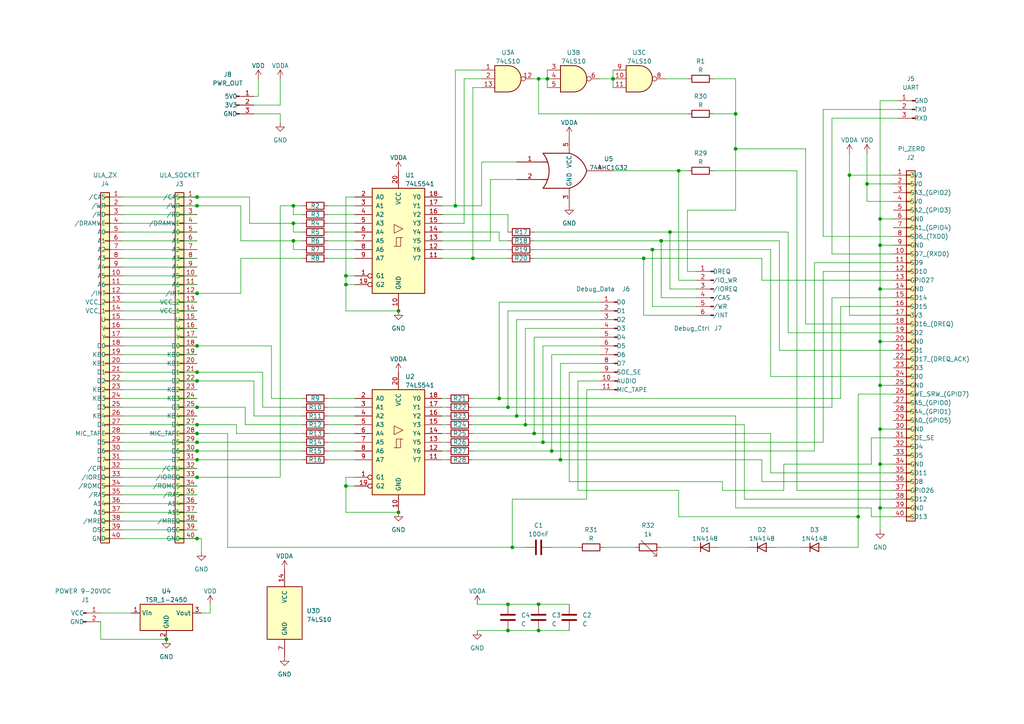
<source format=kicad_sch>
(kicad_sch (version 20230121) (generator eeschema)
  (paper "A4")
  (title_block (title "HD-Speccys") (date "2023-05-14") (rev "1A") (company "RA Sewell"))
  (lib_symbols
    (symbol "74xGxx:74AHC1G32"
      (property "Reference" "U" (at -2.54 3.81 0))
      (property "Value" "74AHC1G32" (at 0 -3.81 0))
      (symbol "74AHC1G32_1_1"
        (pin input line (at -15.24 2.54 0) (length 7.62) (name "~") (number "1"))
        (pin input line (at -15.24 -2.54 0) (length 7.62) (name "~") (number "2"))
        (pin power_in line (at 0 -10.16 90) (length 5.08) (name "GND") (number "3"))
        (pin output line (at 12.7 0 180) (length 7.62) (name "~") (number "4"))
        (pin power_in line (at 0 10.16 270) (length 5.08) (name "VCC") (number "5"))
      )
    )
    (symbol "74xx:74LS10" (pin_names (offset 1.016))
      (property "Reference" "U" (at 0 1.27 0))
      (property "Value" "74LS10" (at 0 -1.27 0))
      (symbol "74LS10_1_1"
        (pin input line (at -7.62 2.54 0) (length 3.81) (name "~") (number "1"))
        (pin output inverted (at 7.62 0 180) (length 3.81) (name "~") (number "12"))
        (pin input line (at -7.62 -2.54 0) (length 3.81) (name "~") (number "13"))
        (pin input line (at -7.62 0 0) (length 3.81) (name "~") (number "2"))
      )
      (symbol "74LS10_1_2"
        (pin input inverted (at -7.62 2.54 0) (length 4.318) (name "~") (number "1"))
        (pin output line (at 7.62 0 180) (length 3.81) (name "~") (number "12"))
        (pin input inverted (at -7.62 -2.54 0) (length 4.318) (name "~") (number "13"))
        (pin input inverted (at -7.62 0 0) (length 4.953) (name "~") (number "2"))
      )
      (symbol "74LS10_2_1"
        (pin input line (at -7.62 2.54 0) (length 3.81) (name "~") (number "3"))
        (pin input line (at -7.62 0 0) (length 3.81) (name "~") (number "4"))
        (pin input line (at -7.62 -2.54 0) (length 3.81) (name "~") (number "5"))
        (pin output inverted (at 7.62 0 180) (length 3.81) (name "~") (number "6"))
      )
      (symbol "74LS10_2_2"
        (pin input inverted (at -7.62 2.54 0) (length 4.318) (name "~") (number "3"))
        (pin input inverted (at -7.62 0 0) (length 4.953) (name "~") (number "4"))
        (pin input inverted (at -7.62 -2.54 0) (length 4.318) (name "~") (number "5"))
        (pin output line (at 7.62 0 180) (length 3.81) (name "~") (number "6"))
      )
      (symbol "74LS10_3_1"
        (pin input line (at -7.62 0 0) (length 3.81) (name "~") (number "10"))
        (pin input line (at -7.62 -2.54 0) (length 3.81) (name "~") (number "11"))
        (pin output inverted (at 7.62 0 180) (length 3.81) (name "~") (number "8"))
        (pin input line (at -7.62 2.54 0) (length 3.81) (name "~") (number "9"))
      )
      (symbol "74LS10_3_2"
        (pin input inverted (at -7.62 0 0) (length 4.953) (name "~") (number "10"))
        (pin input inverted (at -7.62 -2.54 0) (length 4.318) (name "~") (number "11"))
        (pin output line (at 7.62 0 180) (length 3.81) (name "~") (number "8"))
        (pin input inverted (at -7.62 2.54 0) (length 4.318) (name "~") (number "9"))
      )
      (symbol "74LS10_4_0"
        (pin power_in line (at 0 12.7 270) (length 5.08) (name "VCC") (number "14"))
        (pin power_in line (at 0 -12.7 90) (length 5.08) (name "GND") (number "7"))
      )
    )
    (symbol "74xx:74LS541" (pin_names (offset 1.016))
      (property "Reference" "U" (at -7.62 16.51 0))
      (property "Value" "74LS541" (at -7.62 -16.51 0))
      (symbol "74LS541_1_0"
        (pin input inverted (at -12.7 -10.16 0) (length 5.08) (name "G1") (number "1"))
        (pin power_in line (at 0 -20.32 90) (length 5.08) (name "GND") (number "10"))
        (pin tri_state line (at 12.7 -5.08 180) (length 5.08) (name "Y7") (number "11"))
        (pin tri_state line (at 12.7 -2.54 180) (length 5.08) (name "Y6") (number "12"))
        (pin tri_state line (at 12.7 0 180) (length 5.08) (name "Y5") (number "13"))
        (pin tri_state line (at 12.7 2.54 180) (length 5.08) (name "Y4") (number "14"))
        (pin tri_state line (at 12.7 5.08 180) (length 5.08) (name "Y3") (number "15"))
        (pin tri_state line (at 12.7 7.62 180) (length 5.08) (name "Y2") (number "16"))
        (pin tri_state line (at 12.7 10.16 180) (length 5.08) (name "Y1") (number "17"))
        (pin tri_state line (at 12.7 12.7 180) (length 5.08) (name "Y0") (number "18"))
        (pin input inverted (at -12.7 -12.7 0) (length 5.08) (name "G2") (number "19"))
        (pin input line (at -12.7 12.7 0) (length 5.08) (name "A0") (number "2"))
        (pin power_in line (at 0 20.32 270) (length 5.08) (name "VCC") (number "20"))
        (pin input line (at -12.7 10.16 0) (length 5.08) (name "A1") (number "3"))
        (pin input line (at -12.7 7.62 0) (length 5.08) (name "A2") (number "4"))
        (pin input line (at -12.7 5.08 0) (length 5.08) (name "A3") (number "5"))
        (pin input line (at -12.7 2.54 0) (length 5.08) (name "A4") (number "6"))
        (pin input line (at -12.7 0 0) (length 5.08) (name "A5") (number "7"))
        (pin input line (at -12.7 -2.54 0) (length 5.08) (name "A6") (number "8"))
        (pin input line (at -12.7 -5.08 0) (length 5.08) (name "A7") (number "9"))
      )
    )
    (symbol "Conn_01x03_Pin_1" (pin_names (offset 1.016))
      (property "Reference" "J8" (at 0.635 3.81 0))
      (property "Value" "GND" (at 0.635 1.27 0))
      (symbol "Conn_01x03_Pin_1_1_1"
        (pin passive line (at 5.08 2.54 180) (length 3.81) (name "5V0") (number "1"))
        (pin passive line (at 5.08 0 180) (length 3.81) (name "3V3") (number "2"))
        (pin passive line (at 5.08 -2.54 180) (length 3.81) (name "GND") (number "3"))
      )
    )
    (symbol "Conn_01x40_1" (pin_names (offset 1.016))
      (property "Reference" "J3" (at 0 -54.61 0))
      (property "Value" "ULA_SOCKET_02x20" (at 0 -57.15 0))
      (symbol "Conn_01x40_1_1_1"
        (pin passive line (at -5.08 48.26 0) (length 3.81) (name "/CAS") (number "1"))
        (pin passive line (at -5.08 25.4 0) (length 3.81) (name "A5") (number "10"))
        (pin passive line (at -5.08 22.86 0) (length 3.81) (name "A6") (number "11"))
        (pin passive line (at -5.08 20.32 0) (length 3.81) (name "/INT") (number "12"))
        (pin passive line (at -5.08 17.78 0) (length 3.81) (name "VCC_2") (number "13"))
        (pin passive line (at -5.08 15.24 0) (length 3.81) (name "VCC_1") (number "14"))
        (pin passive line (at -5.08 12.7 0) (length 3.81) (name "U") (number "15"))
        (pin passive line (at -5.08 10.16 0) (length 3.81) (name "V") (number "16"))
        (pin passive line (at -5.08 7.62 0) (length 3.81) (name "Y") (number "17"))
        (pin passive line (at -5.08 5.08 0) (length 3.81) (name "D0") (number "18"))
        (pin passive line (at -5.08 2.54 0) (length 3.81) (name "KB0") (number "19"))
        (pin passive line (at -5.08 45.72 0) (length 3.81) (name "/WR") (number "2"))
        (pin passive line (at -5.08 0 0) (length 3.81) (name "KB1") (number "20"))
        (pin passive line (at -5.08 -2.54 0) (length 3.81) (name "D1") (number "21"))
        (pin passive line (at -5.08 -5.08 0) (length 3.81) (name "D2") (number "22"))
        (pin passive line (at -5.08 -7.62 0) (length 3.81) (name "KB2") (number "23"))
        (pin passive line (at -5.08 -10.16 0) (length 3.81) (name "KB3") (number "24"))
        (pin passive line (at -5.08 -12.7 0) (length 3.81) (name "D3") (number "25"))
        (pin passive line (at -5.08 -15.24 0) (length 3.81) (name "KB4") (number "26"))
        (pin passive line (at -5.08 -17.78 0) (length 3.81) (name "D4") (number "27"))
        (pin passive line (at -5.08 -20.32 0) (length 3.81) (name "MIC_TAPE") (number "28"))
        (pin passive line (at -5.08 -22.86 0) (length 3.81) (name "D5") (number "29"))
        (pin passive line (at -5.08 43.18 0) (length 3.81) (name "/RD") (number "3"))
        (pin passive line (at -5.08 -25.4 0) (length 3.81) (name "D6") (number "30"))
        (pin passive line (at -5.08 -27.94 0) (length 3.81) (name "D7") (number "31"))
        (pin passive line (at -5.08 -30.48 0) (length 3.81) (name "/CPU") (number "32"))
        (pin passive line (at -5.08 -33.02 0) (length 3.81) (name "/IOREQ") (number "33"))
        (pin passive line (at -5.08 -35.56 0) (length 3.81) (name "/ROMCS") (number "34"))
        (pin passive line (at -5.08 -38.1 0) (length 3.81) (name "/RAS") (number "35"))
        (pin passive line (at -5.08 -40.64 0) (length 3.81) (name "A14") (number "36"))
        (pin passive line (at -5.08 -43.18 0) (length 3.81) (name "A15") (number "37"))
        (pin passive line (at -5.08 -45.72 0) (length 3.81) (name "/MREQ") (number "38"))
        (pin passive line (at -5.08 -48.26 0) (length 3.81) (name "OSC") (number "39"))
        (pin passive line (at -5.08 40.64 0) (length 3.81) (name "/DRAMWE") (number "4"))
        (pin passive line (at -5.08 -50.8 0) (length 3.81) (name "GND") (number "40"))
        (pin passive line (at -5.08 38.1 0) (length 3.81) (name "A0") (number "5"))
        (pin passive line (at -5.08 35.56 0) (length 3.81) (name "A1") (number "6"))
        (pin passive line (at -5.08 33.02 0) (length 3.81) (name "A2") (number "7"))
        (pin passive line (at -5.08 30.48 0) (length 3.81) (name "A3") (number "8"))
        (pin passive line (at -5.08 27.94 0) (length 3.81) (name "A4") (number "9"))
      )
    )
    (symbol "Conn_01x40_2" (pin_names (offset 1.016))
      (property "Reference" "J1" (at 2.54 -0.635 0))
      (property "Value" "PI_ZERO_2x20" (at 2.54 -3.175 0))
      (symbol "Conn_01x40_2_1_1"
        (pin passive line (at -5.08 48.26 0) (length 3.81) (name "3V3") (number "1"))
        (pin passive line (at -5.08 25.4 0) (length 3.81) (name "SD7_(RXD0)") (number "10"))
        (pin passive line (at -5.08 22.86 0) (length 3.81) (name "SD9") (number "11"))
        (pin passive line (at -5.08 20.32 0) (length 3.81) (name "SD10") (number "12"))
        (pin passive line (at -5.08 17.78 0) (length 3.81) (name "GPIO27") (number "13"))
        (pin passive line (at -5.08 15.24 0) (length 3.81) (name "GND") (number "14"))
        (pin passive line (at -5.08 12.7 0) (length 3.81) (name "SD14") (number "15"))
        (pin passive line (at -5.08 10.16 0) (length 3.81) (name "SD15") (number "16"))
        (pin passive line (at -5.08 7.62 0) (length 3.81) (name "3V3") (number "17"))
        (pin passive line (at -5.08 5.08 0) (length 3.81) (name "SD16_(DREQ)") (number "18"))
        (pin passive line (at -5.08 2.54 0) (length 3.81) (name "SD2") (number "19"))
        (pin passive line (at -5.08 45.72 0) (length 3.81) (name "5V0") (number "2"))
        (pin passive line (at -5.08 0 0) (length 3.81) (name "GND") (number "20"))
        (pin passive line (at -5.08 -2.54 0) (length 3.81) (name "SD1") (number "21"))
        (pin passive line (at -5.08 -5.08 0) (length 3.81) (name "SD17_(DREQ_ACK)") (number "22"))
        (pin passive line (at -5.08 -7.62 0) (length 3.81) (name "SD3") (number "23"))
        (pin passive line (at -5.08 -10.16 0) (length 3.81) (name "SD0") (number "24"))
        (pin passive line (at -5.08 -12.7 0) (length 3.81) (name "GND") (number "25"))
        (pin passive line (at -5.08 -15.24 0) (length 3.81) (name "SWE_SRW_(GPIO7)") (number "26"))
        (pin passive line (at -5.08 -17.78 0) (length 3.81) (name "SA5_(GPIO0)") (number "27"))
        (pin passive line (at -5.08 -20.32 0) (length 3.81) (name "SA4_(GPIO1)") (number "28"))
        (pin passive line (at -5.08 -22.86 0) (length 3.81) (name "SA0_(GPIO5)") (number "29"))
        (pin passive line (at -5.08 43.18 0) (length 3.81) (name "SA3_(GPIO2)") (number "3"))
        (pin passive line (at -5.08 -25.4 0) (length 3.81) (name "GND") (number "30"))
        (pin passive line (at -5.08 -27.94 0) (length 3.81) (name "SOE_SE") (number "31"))
        (pin passive line (at -5.08 -30.48 0) (length 3.81) (name "SD4") (number "32"))
        (pin passive line (at -5.08 -33.02 0) (length 3.81) (name "SD5") (number "33"))
        (pin passive line (at -5.08 -35.56 0) (length 3.81) (name "GND") (number "34"))
        (pin passive line (at -5.08 -38.1 0) (length 3.81) (name "SD11") (number "35"))
        (pin passive line (at -5.08 -40.64 0) (length 3.81) (name "SD8") (number "36"))
        (pin passive line (at -5.08 -43.18 0) (length 3.81) (name "GPIO26") (number "37"))
        (pin passive line (at -5.08 -45.72 0) (length 3.81) (name "SD12") (number "38"))
        (pin passive line (at -5.08 -48.26 0) (length 3.81) (name "GND") (number "39"))
        (pin passive line (at -5.08 40.64 0) (length 3.81) (name "5V0") (number "4"))
        (pin passive line (at -5.08 -50.8 0) (length 3.81) (name "SD13") (number "40"))
        (pin passive line (at -5.08 38.1 0) (length 3.81) (name "SA2_(GPIO3)") (number "5"))
        (pin passive line (at -5.08 35.56 0) (length 3.81) (name "GND") (number "6"))
        (pin passive line (at -5.08 33.02 0) (length 3.81) (name "SA1_(GPIO4)") (number "7"))
        (pin passive line (at -5.08 30.48 0) (length 3.81) (name "SD6_(TXD0)") (number "8"))
        (pin passive line (at -5.08 27.94 0) (length 3.81) (name "GND") (number "9"))
      )
    )
    (symbol "Connector:Conn_01x02_Pin" (pin_names (offset 1.016))
      (property "Reference" "J5" (at 0.635 3.81 0))
      (property "Value" "POWER 9-20VDC" (at 0 6.35 0))
      (symbol "Conn_01x02_Pin_1_1"
        (pin passive line (at 5.08 0 180) (length 3.81) (name "VCC") (number "1"))
        (pin passive line (at 5.08 -2.54 180) (length 3.81) (name "GND") (number "2"))
      )
    )
    (symbol "Connector:Conn_01x03_Pin" (pin_names (offset 1.016))
      (property "Reference" "J4" (at 0.635 6.35 0))
      (property "Value" "Conn_01x03_Pin" (at 0.635 3.81 0))
      (symbol "Conn_01x03_Pin_1_1"
        (pin passive line (at 5.08 2.54 180) (length 3.81) (name "GND") (number "1"))
        (pin passive line (at 5.08 0 180) (length 3.81) (name "TXD") (number "2"))
        (pin passive line (at 5.08 -2.54 180) (length 3.81) (name "RXD") (number "3"))
      )
    )
    (symbol "Connector:Conn_01x06_Pin" (pin_names (offset 1.016))
      (property "Reference" "J7" (at -5.08 1.27 0))
      (property "Value" "Debug_Ctrl" (at -5.08 -1.27 0))
      (symbol "Conn_01x06_Pin_1_1"
        (pin passive line (at 5.08 5.08 180) (length 3.81) (name "DREQ") (number "1"))
        (pin passive line (at 5.08 2.54 180) (length 3.81) (name "/IO_WR") (number "2"))
        (pin passive line (at 5.08 0 180) (length 3.81) (name "/IOREQ") (number "3"))
        (pin passive line (at 5.08 -2.54 180) (length 3.81) (name "/CAS") (number "4"))
        (pin passive line (at 5.08 -5.08 180) (length 3.81) (name "/WR") (number "5"))
        (pin passive line (at 5.08 -7.62 180) (length 3.81) (name "/INT") (number "6"))
      )
    )
    (symbol "Connector:Conn_01x11_Pin" (pin_names (offset 1.016))
      (property "Reference" "J6" (at -2.54 16.51 0))
      (property "Value" "Debug_Data" (at 6.35 16.51 0))
      (symbol "Conn_01x11_Pin_1_1"
        (pin passive line (at 5.08 12.7 180) (length 3.81) (name "D0") (number "1"))
        (pin passive line (at 5.08 -10.16 180) (length 3.81) (name "AUDIO") (number "10"))
        (pin passive line (at 5.08 -12.7 180) (length 3.81) (name "MIC_TAPE") (number "11"))
        (pin passive line (at 5.08 10.16 180) (length 3.81) (name "D1") (number "2"))
        (pin passive line (at 5.08 7.62 180) (length 3.81) (name "D2") (number "3"))
        (pin passive line (at 5.08 5.08 180) (length 3.81) (name "D3") (number "4"))
        (pin passive line (at 5.08 2.54 180) (length 3.81) (name "D4") (number "5"))
        (pin passive line (at 5.08 0 180) (length 3.81) (name "D5") (number "6"))
        (pin passive line (at 5.08 -2.54 180) (length 3.81) (name "D6") (number "7"))
        (pin passive line (at 5.08 -5.08 180) (length 3.81) (name "D7") (number "8"))
        (pin passive line (at 5.08 -7.62 180) (length 3.81) (name "SOE_SE") (number "9"))
      )
    )
    (symbol "Device:C" (pin_numbers hide) (pin_names (offset 0.254))
      (property "Reference" "C" (at 0.635 2.54 0))
      (property "Value" "C" (at 0.635 -2.54 0))
      (symbol "C_1_1"
        (pin passive line (at 0 3.81 270) (length 2.794) (name "~") (number "1"))
        (pin passive line (at 0 -3.81 90) (length 2.794) (name "~") (number "2"))
      )
    )
    (symbol "Device:R" (pin_numbers hide) (pin_names (offset 0))
      (property "Reference" "R" (at 2.032 0 90))
      (property "Value" "R" (at 0 0 90))
      (symbol "R_1_1"
        (pin passive line (at 0 3.81 270) (length 1.27) (name "~") (number "1"))
        (pin passive line (at 0 -3.81 90) (length 1.27) (name "~") (number "2"))
      )
    )
    (symbol "Device:R_Variable" (pin_numbers hide) (pin_names (offset 0))
      (property "Reference" "R" (at 2.54 -2.54 90))
      (property "Value" "R_Variable" (at -2.54 -1.27 90))
      (symbol "R_Variable_1_1"
        (pin passive line (at 0 3.81 270) (length 1.27) (name "~") (number "1"))
        (pin passive line (at 0 -3.81 90) (length 1.27) (name "~") (number "2"))
      )
    )
    (symbol "Diode:1N4148" (pin_numbers hide) (pin_names hide)
      (property "Reference" "D" (at 0 2.54 0))
      (property "Value" "1N4148" (at 0 -2.54 0))
      (symbol "1N4148_1_1"
        (pin passive line (at -3.81 0 0) (length 2.54) (name "K") (number "1"))
        (pin passive line (at 3.81 0 180) (length 2.54) (name "A") (number "2"))
      )
    )
    (symbol "Regulator_Switching:TSR_1-2450"
      (property "Reference" "U" (at -7.62 6.35 0))
      (property "Value" "TSR_1-2450" (at -1.27 6.35 0))
      (symbol "TSR_1-2450_1_1"
        (pin power_in line (at -10.16 2.54 0) (length 2.54) (name "Vin") (number "1"))
        (pin power_in line (at 0 -5.08 90) (length 2.54) (name "GND") (number "2"))
        (pin power_out line (at 10.16 2.54 180) (length 2.54) (name "Vout") (number "3"))
      )
    )
    (symbol "power:GND" (power) (pin_names (offset 0))
      (property "Value" "GND" (at 0 -3.81 0))
      (symbol "GND_1_1"
        (pin power_in line (at 0 0 270) (length 0) hide (name "GND") (number "1"))
      )
    )
    (symbol "power:VDD" (power) (pin_names (offset 0))
      (property "Value" "VDD" (at 0 3.81 0))
      (symbol "VDD_1_1"
        (pin power_in line (at 0 0 90) (length 0) hide (name "VDD") (number "1"))
      )
    )
    (symbol "power:VDDA" (power) (pin_names (offset 0))
      (property "Value" "VDDA" (at 0 3.81 0))
      (symbol "VDDA_1_1"
        (pin power_in line (at 0 0 90) (length 0) hide (name "VDDA") (number "1"))
      )
    )
  )
  (junction (at 57.15 123.19))
  (junction (at 186.69 74.93))
  (junction (at 57.15 107.95))
  (junction (at 115.57 90.17))
  (junction (at 154.94 125.73))
  (junction (at 100.33 82.55))
  (junction (at 255.27 99.06))
  (junction (at 132.08 59.69))
  (junction (at 255.27 124.46))
  (junction (at 162.56 133.35))
  (junction (at 213.36 43.18))
  (junction (at 57.15 110.49))
  (junction (at 191.77 69.85))
  (junction (at 255.27 83.82))
  (junction (at 196.85 49.53))
  (junction (at 246.38 50.8))
  (junction (at 48.26 185.42))
  (junction (at 85.09 69.85))
  (junction (at 189.23 72.39))
  (junction (at 148.59 158.75))
  (junction (at 156.21 182.88))
  (junction (at 158.75 22.86))
  (junction (at 57.15 128.27))
  (junction (at 255.27 147.32))
  (junction (at 255.27 63.5))
  (junction (at 147.32 175.26))
  (junction (at 57.15 100.33))
  (junction (at 100.33 80.01))
  (junction (at 57.15 133.35))
  (junction (at 255.27 111.76))
  (junction (at 57.15 130.81))
  (junction (at 57.15 85.09))
  (junction (at 57.15 156.21))
  (junction (at 248.92 149.86))
  (junction (at 156.21 175.26))
  (junction (at 115.57 148.59))
  (junction (at 194.31 67.31))
  (junction (at 57.15 138.43))
  (junction (at 152.4 123.19))
  (junction (at 85.09 59.69))
  (junction (at 147.32 118.11))
  (junction (at 57.15 59.69))
  (junction (at 144.78 115.57))
  (junction (at 160.02 130.81))
  (junction (at 255.27 71.12))
  (junction (at 213.36 33.02))
  (junction (at 177.8 22.86))
  (junction (at 57.15 57.15))
  (junction (at 157.48 128.27))
  (junction (at 156.21 22.86))
  (junction (at 57.15 118.11))
  (junction (at 251.46 53.34))
  (junction (at 57.15 125.73))
  (junction (at 147.32 182.88))
  (junction (at 149.86 120.65))
  (junction (at 85.09 64.77))
  (junction (at 100.33 140.97))
  (junction (at 137.16 74.93))
  (junction (at 255.27 134.62))
  (wire (pts (xy 74.93 27.94) (xy 73.66 27.94)))
  (wire (pts (xy 137.16 133.35) (xy 162.56 133.35)))
  (wire (pts (xy 241.3 73.66) (xy 241.3 34.29)))
  (wire (pts (xy 259.08 71.12) (xy 255.27 71.12)))
  (wire (pts (xy 95.25 125.73) (xy 102.87 125.73)))
  (wire (pts (xy 35.56 130.81) (xy 57.15 130.81)))
  (wire (pts (xy 167.64 142.24) (xy 196.85 142.24)))
  (wire (pts (xy 201.93 78.74) (xy 199.39 78.74)))
  (wire (pts (xy 213.36 33.02) (xy 213.36 43.18)))
  (wire (pts (xy 213.36 120.65) (xy 213.36 147.32)))
  (wire (pts (xy 35.56 143.51) (xy 57.15 143.51)))
  (wire (pts (xy 100.33 80.01) (xy 102.87 80.01)))
  (wire (pts (xy 259.08 63.5) (xy 255.27 63.5)))
  (wire (pts (xy 160.02 102.87) (xy 160.02 130.81)))
  (wire (pts (xy 128.27 67.31) (xy 144.78 67.31)))
  (wire (pts (xy 35.56 148.59) (xy 57.15 148.59)))
  (wire (pts (xy 175.26 158.75) (xy 184.15 158.75)))
  (wire (pts (xy 100.33 82.55) (xy 100.33 90.17)))
  (wire (pts (xy 160.02 130.81) (xy 236.22 130.81)))
  (wire (pts (xy 35.56 133.35) (xy 57.15 133.35)))
  (wire (pts (xy 35.56 90.17) (xy 57.15 90.17)))
  (wire (pts (xy 128.27 69.85) (xy 142.24 69.85)))
  (wire (pts (xy 35.56 102.87) (xy 57.15 102.87)))
  (wire (pts (xy 60.96 175.26) (xy 60.96 177.8)))
  (wire (pts (xy 35.56 62.23) (xy 57.15 62.23)))
  (wire (pts (xy 162.56 133.35) (xy 220.98 133.35)))
  (wire (pts (xy 128.27 133.35) (xy 129.54 133.35)))
  (wire (pts (xy 251.46 58.42) (xy 251.46 53.34)))
  (wire (pts (xy 58.42 156.21) (xy 57.15 156.21)))
  (wire (pts (xy 259.08 50.8) (xy 246.38 50.8)))
  (wire (pts (xy 246.38 50.8) (xy 246.38 44.45)))
  (wire (pts (xy 85.09 67.31) (xy 87.63 67.31)))
  (wire (pts (xy 100.33 140.97) (xy 100.33 148.59)))
  (wire (pts (xy 255.27 63.5) (xy 255.27 71.12)))
  (wire (pts (xy 35.56 118.11) (xy 57.15 118.11)))
  (wire (pts (xy 139.7 46.99) (xy 139.7 59.69)))
  (wire (pts (xy 246.38 50.8) (xy 246.38 91.44)))
  (wire (pts (xy 156.21 22.86) (xy 158.75 22.86)))
  (wire (pts (xy 154.94 97.79) (xy 154.94 125.73)))
  (wire (pts (xy 252.73 134.62) (xy 227.33 134.62)))
  (wire (pts (xy 255.27 147.32) (xy 255.27 153.67)))
  (wire (pts (xy 177.8 49.53) (xy 196.85 49.53)))
  (wire (pts (xy 255.27 134.62) (xy 255.27 147.32)))
  (wire (pts (xy 147.32 118.11) (xy 241.3 118.11)))
  (wire (pts (xy 72.39 64.77) (xy 85.09 64.77)))
  (wire (pts (xy 35.56 80.01) (xy 57.15 80.01)))
  (wire (pts (xy 233.68 43.18) (xy 233.68 93.98)))
  (wire (pts (xy 73.66 120.65) (xy 73.66 110.49)))
  (wire (pts (xy 35.56 110.49) (xy 57.15 110.49)))
  (wire (pts (xy 35.56 69.85) (xy 57.15 69.85)))
  (wire (pts (xy 259.08 58.42) (xy 251.46 58.42)))
  (wire (pts (xy 156.21 182.88) (xy 165.1 182.88)))
  (wire (pts (xy 177.8 20.32) (xy 177.8 22.86)))
  (wire (pts (xy 158.75 20.32) (xy 158.75 22.86)))
  (wire (pts (xy 35.56 57.15) (xy 57.15 57.15)))
  (wire (pts (xy 259.08 99.06) (xy 255.27 99.06)))
  (wire (pts (xy 132.08 20.32) (xy 132.08 59.69)))
  (wire (pts (xy 128.27 128.27) (xy 129.54 128.27)))
  (wire (pts (xy 35.56 95.25) (xy 57.15 95.25)))
  (wire (pts (xy 154.94 72.39) (xy 189.23 72.39)))
  (wire (pts (xy 189.23 72.39) (xy 223.52 72.39)))
  (wire (pts (xy 223.52 109.22) (xy 259.08 109.22)))
  (wire (pts (xy 128.27 74.93) (xy 137.16 74.93)))
  (wire (pts (xy 58.42 156.21) (xy 58.42 160.02)))
  (wire (pts (xy 196.85 149.86) (xy 248.92 149.86)))
  (wire (pts (xy 259.08 127) (xy 252.73 127)))
  (wire (pts (xy 138.43 175.26) (xy 147.32 175.26)))
  (wire (pts (xy 255.27 29.21) (xy 255.27 63.5)))
  (wire (pts (xy 173.99 95.25) (xy 152.4 95.25)))
  (wire (pts (xy 35.56 151.13) (xy 57.15 151.13)))
  (wire (pts (xy 128.27 120.65) (xy 129.54 120.65)))
  (wire (pts (xy 57.15 107.95) (xy 76.2 107.95)))
  (wire (pts (xy 95.25 74.93) (xy 102.87 74.93)))
  (wire (pts (xy 201.93 88.9) (xy 189.23 88.9)))
  (wire (pts (xy 66.04 125.73) (xy 57.15 125.73)))
  (wire (pts (xy 81.28 30.48) (xy 73.66 30.48)))
  (wire (pts (xy 238.76 68.58) (xy 238.76 31.75)))
  (wire (pts (xy 162.56 105.41) (xy 162.56 133.35)))
  (wire (pts (xy 173.99 100.33) (xy 157.48 100.33)))
  (wire (pts (xy 248.92 149.86) (xy 248.92 114.3)))
  (wire (pts (xy 149.86 92.71) (xy 149.86 120.65)))
  (wire (pts (xy 137.16 125.73) (xy 154.94 125.73)))
  (wire (pts (xy 35.56 153.67) (xy 57.15 153.67)))
  (wire (pts (xy 137.16 25.4) (xy 139.7 25.4)))
  (wire (pts (xy 152.4 158.75) (xy 148.59 158.75)))
  (wire (pts (xy 207.01 22.86) (xy 213.36 22.86)))
  (wire (pts (xy 35.56 67.31) (xy 57.15 67.31)))
  (wire (pts (xy 137.16 128.27) (xy 157.48 128.27)))
  (wire (pts (xy 177.8 22.86) (xy 177.8 25.4)))
  (wire (pts (xy 255.27 124.46) (xy 255.27 134.62)))
  (wire (pts (xy 241.3 86.36) (xy 259.08 86.36)))
  (wire (pts (xy 213.36 43.18) (xy 233.68 43.18)))
  (wire (pts (xy 68.58 123.19) (xy 68.58 125.73)))
  (wire (pts (xy 165.1 107.95) (xy 173.99 107.95)))
  (wire (pts (xy 85.09 64.77) (xy 87.63 64.77)))
  (wire (pts (xy 35.56 120.65) (xy 57.15 120.65)))
  (wire (pts (xy 144.78 115.57) (xy 243.84 115.57)))
  (wire (pts (xy 60.96 177.8) (xy 58.42 177.8)))
  (wire (pts (xy 85.09 72.39) (xy 85.09 69.85)))
  (wire (pts (xy 207.01 49.53) (xy 231.14 49.53)))
  (wire (pts (xy 35.56 138.43) (xy 57.15 138.43)))
  (wire (pts (xy 57.15 128.27) (xy 87.63 128.27)))
  (wire (pts (xy 137.16 120.65) (xy 149.86 120.65)))
  (wire (pts (xy 259.08 149.86) (xy 252.73 149.86)))
  (wire (pts (xy 100.33 138.43) (xy 100.33 140.97)))
  (wire (pts (xy 255.27 111.76) (xy 255.27 124.46)))
  (wire (pts (xy 137.16 123.19) (xy 152.4 123.19)))
  (wire (pts (xy 95.25 115.57) (xy 102.87 115.57)))
  (wire (pts (xy 156.21 33.02) (xy 199.39 33.02)))
  (wire (pts (xy 35.56 87.63) (xy 57.15 87.63)))
  (wire (pts (xy 209.55 142.24) (xy 227.33 142.24)))
  (wire (pts (xy 173.99 90.17) (xy 147.32 90.17)))
  (wire (pts (xy 72.39 64.77) (xy 72.39 57.15)))
  (wire (pts (xy 259.08 91.44) (xy 246.38 91.44)))
  (wire (pts (xy 238.76 78.74) (xy 259.08 78.74)))
  (wire (pts (xy 29.21 177.8) (xy 38.1 177.8)))
  (wire (pts (xy 196.85 49.53) (xy 199.39 49.53)))
  (wire (pts (xy 128.27 62.23) (xy 147.32 62.23)))
  (wire (pts (xy 208.28 158.75) (xy 217.17 158.75)))
  (wire (pts (xy 213.36 22.86) (xy 213.36 33.02)))
  (wire (pts (xy 201.93 86.36) (xy 191.77 86.36)))
  (wire (pts (xy 147.32 62.23) (xy 147.32 67.31)))
  (wire (pts (xy 95.25 123.19) (xy 102.87 123.19)))
  (wire (pts (xy 226.06 69.85) (xy 226.06 101.6)))
  (wire (pts (xy 100.33 82.55) (xy 102.87 82.55)))
  (wire (pts (xy 223.52 72.39) (xy 223.52 109.22)))
  (wire (pts (xy 76.2 118.11) (xy 76.2 107.95)))
  (wire (pts (xy 35.56 82.55) (xy 57.15 82.55)))
  (wire (pts (xy 137.16 74.93) (xy 147.32 74.93)))
  (wire (pts (xy 186.69 74.93) (xy 220.98 74.93)))
  (wire (pts (xy 128.27 123.19) (xy 129.54 123.19)))
  (wire (pts (xy 81.28 59.69) (xy 85.09 59.69)))
  (wire (pts (xy 100.33 57.15) (xy 102.87 57.15)))
  (wire (pts (xy 173.99 22.86) (xy 177.8 22.86)))
  (wire (pts (xy 241.3 86.36) (xy 241.3 118.11)))
  (wire (pts (xy 35.56 59.69) (xy 57.15 59.69)))
  (wire (pts (xy 35.56 92.71) (xy 57.15 92.71)))
  (wire (pts (xy 57.15 110.49) (xy 73.66 110.49)))
  (wire (pts (xy 220.98 139.7) (xy 259.08 139.7)))
  (wire (pts (xy 100.33 148.59) (xy 115.57 148.59)))
  (wire (pts (xy 167.64 110.49) (xy 167.64 142.24)))
  (wire (pts (xy 35.56 77.47) (xy 57.15 77.47)))
  (wire (pts (xy 236.22 76.2) (xy 259.08 76.2)))
  (wire (pts (xy 128.27 118.11) (xy 129.54 118.11)))
  (wire (pts (xy 35.56 74.93) (xy 57.15 74.93)))
  (wire (pts (xy 147.32 90.17) (xy 147.32 118.11)))
  (wire (pts (xy 233.68 93.98) (xy 259.08 93.98)))
  (wire (pts (xy 220.98 133.35) (xy 220.98 139.7)))
  (wire (pts (xy 173.99 87.63) (xy 144.78 87.63)))
  (wire (pts (xy 196.85 49.53) (xy 196.85 81.28)))
  (wire (pts (xy 248.92 114.3) (xy 259.08 114.3)))
  (wire (pts (xy 85.09 69.85) (xy 87.63 69.85)))
  (wire (pts (xy 238.76 31.75) (xy 260.35 31.75)))
  (wire (pts (xy 35.56 100.33) (xy 57.15 100.33)))
  (wire (pts (xy 102.87 138.43) (xy 100.33 138.43)))
  (wire (pts (xy 259.08 134.62) (xy 255.27 134.62)))
  (wire (pts (xy 95.25 120.65) (xy 102.87 120.65)))
  (wire (pts (xy 78.74 115.57) (xy 87.63 115.57)))
  (wire (pts (xy 35.56 64.77) (xy 57.15 64.77)))
  (wire (pts (xy 81.28 22.86) (xy 81.28 30.48)))
  (wire (pts (xy 85.09 72.39) (xy 87.63 72.39)))
  (wire (pts (xy 173.99 97.79) (xy 154.94 97.79)))
  (wire (pts (xy 81.28 33.02) (xy 81.28 35.56)))
  (wire (pts (xy 215.9 144.78) (xy 259.08 144.78)))
  (wire (pts (xy 100.33 90.17) (xy 115.57 90.17)))
  (wire (pts (xy 137.16 115.57) (xy 144.78 115.57)))
  (wire (pts (xy 128.27 59.69) (xy 132.08 59.69)))
  (wire (pts (xy 95.25 59.69) (xy 102.87 59.69)))
  (wire (pts (xy 148.59 144.78) (xy 148.59 158.75)))
  (wire (pts (xy 85.09 62.23) (xy 87.63 62.23)))
  (wire (pts (xy 128.27 64.77) (xy 134.62 64.77)))
  (wire (pts (xy 85.09 59.69) (xy 87.63 59.69)))
  (wire (pts (xy 259.08 124.46) (xy 255.27 124.46)))
  (wire (pts (xy 95.25 64.77) (xy 102.87 64.77)))
  (wire (pts (xy 148.59 158.75) (xy 66.04 158.75)))
  (wire (pts (xy 170.18 144.78) (xy 148.59 144.78)))
  (wire (pts (xy 251.46 44.45) (xy 251.46 53.34)))
  (wire (pts (xy 128.27 115.57) (xy 129.54 115.57)))
  (wire (pts (xy 223.52 137.16) (xy 223.52 125.73)))
  (wire (pts (xy 170.18 113.03) (xy 170.18 144.78)))
  (wire (pts (xy 73.66 120.65) (xy 87.63 120.65)))
  (wire (pts (xy 193.04 22.86) (xy 199.39 22.86)))
  (wire (pts (xy 157.48 128.27) (xy 238.76 128.27)))
  (wire (pts (xy 128.27 125.73) (xy 129.54 125.73)))
  (wire (pts (xy 95.25 128.27) (xy 102.87 128.27)))
  (wire (pts (xy 154.94 22.86) (xy 156.21 22.86)))
  (wire (pts (xy 128.27 130.81) (xy 129.54 130.81)))
  (wire (pts (xy 144.78 87.63) (xy 144.78 115.57)))
  (wire (pts (xy 260.35 29.21) (xy 255.27 29.21)))
  (wire (pts (xy 243.84 88.9) (xy 243.84 115.57)))
  (wire (pts (xy 69.85 69.85) (xy 85.09 69.85)))
  (wire (pts (xy 201.93 81.28) (xy 196.85 81.28)))
  (wire (pts (xy 71.12 123.19) (xy 87.63 123.19)))
  (wire (pts (xy 35.56 85.09) (xy 57.15 85.09)))
  (wire (pts (xy 173.99 110.49) (xy 167.64 110.49)))
  (wire (pts (xy 191.77 69.85) (xy 191.77 86.36)))
  (wire (pts (xy 199.39 78.74) (xy 199.39 60.96)))
  (wire (pts (xy 35.56 140.97) (xy 57.15 140.97)))
  (wire (pts (xy 173.99 92.71) (xy 149.86 92.71)))
  (wire (pts (xy 147.32 175.26) (xy 156.21 175.26)))
  (wire (pts (xy 154.94 67.31) (xy 194.31 67.31)))
  (wire (pts (xy 68.58 123.19) (xy 57.15 123.19)))
  (wire (pts (xy 165.1 139.7) (xy 165.1 107.95)))
  (wire (pts (xy 95.25 69.85) (xy 102.87 69.85)))
  (wire (pts (xy 69.85 59.69) (xy 57.15 59.69)))
  (wire (pts (xy 132.08 59.69) (xy 139.7 59.69)))
  (wire (pts (xy 57.15 130.81) (xy 87.63 130.81)))
  (wire (pts (xy 194.31 67.31) (xy 228.6 67.31)))
  (wire (pts (xy 231.14 49.53) (xy 231.14 142.24)))
  (wire (pts (xy 252.73 149.86) (xy 252.73 147.32)))
  (wire (pts (xy 100.33 140.97) (xy 102.87 140.97)))
  (wire (pts (xy 209.55 139.7) (xy 165.1 139.7)))
  (wire (pts (xy 149.86 120.65) (xy 213.36 120.65)))
  (wire (pts (xy 220.98 81.28) (xy 259.08 81.28)))
  (wire (pts (xy 231.14 142.24) (xy 259.08 142.24)))
  (wire (pts (xy 35.56 146.05) (xy 57.15 146.05)))
  (wire (pts (xy 255.27 83.82) (xy 255.27 99.06)))
  (wire (pts (xy 241.3 34.29) (xy 260.35 34.29)))
  (wire (pts (xy 137.16 130.81) (xy 160.02 130.81)))
  (wire (pts (xy 132.08 20.32) (xy 139.7 20.32)))
  (wire (pts (xy 35.56 107.95) (xy 57.15 107.95)))
  (wire (pts (xy 228.6 67.31) (xy 228.6 96.52)))
  (wire (pts (xy 186.69 74.93) (xy 186.69 91.44)))
  (wire (pts (xy 259.08 83.82) (xy 255.27 83.82)))
  (wire (pts (xy 35.56 115.57) (xy 57.15 115.57)))
  (wire (pts (xy 243.84 88.9) (xy 259.08 88.9)))
  (wire (pts (xy 95.25 133.35) (xy 102.87 133.35)))
  (wire (pts (xy 227.33 134.62) (xy 227.33 142.24)))
  (wire (pts (xy 209.55 142.24) (xy 209.55 139.7)))
  (wire (pts (xy 170.18 113.03) (xy 173.99 113.03)))
  (wire (pts (xy 35.56 72.39) (xy 57.15 72.39)))
  (wire (pts (xy 215.9 123.19) (xy 215.9 144.78)))
  (wire (pts (xy 29.21 185.42) (xy 48.26 185.42)))
  (wire (pts (xy 35.56 135.89) (xy 57.15 135.89)))
  (wire (pts (xy 251.46 53.34) (xy 259.08 53.34)))
  (wire (pts (xy 144.78 67.31) (xy 144.78 69.85)))
  (wire (pts (xy 128.27 72.39) (xy 147.32 72.39)))
  (wire (pts (xy 35.56 105.41) (xy 57.15 105.41)))
  (wire (pts (xy 81.28 59.69) (xy 81.28 138.43)))
  (wire (pts (xy 57.15 100.33) (xy 78.74 100.33)))
  (wire (pts (xy 156.21 22.86) (xy 156.21 33.02)))
  (wire (pts (xy 71.12 123.19) (xy 71.12 118.11)))
  (wire (pts (xy 35.56 128.27) (xy 57.15 128.27)))
  (wire (pts (xy 35.56 123.19) (xy 57.15 123.19)))
  (wire (pts (xy 142.24 52.07) (xy 149.86 52.07)))
  (wire (pts (xy 157.48 100.33) (xy 157.48 128.27)))
  (wire (pts (xy 29.21 180.34) (xy 29.21 185.42)))
  (wire (pts (xy 189.23 72.39) (xy 189.23 88.9)))
  (wire (pts (xy 142.24 52.07) (xy 142.24 69.85)))
  (wire (pts (xy 173.99 105.41) (xy 162.56 105.41)))
  (wire (pts (xy 236.22 76.2) (xy 236.22 130.81)))
  (wire (pts (xy 255.27 71.12) (xy 255.27 83.82)))
  (wire (pts (xy 144.78 69.85) (xy 147.32 69.85)))
  (wire (pts (xy 213.36 60.96) (xy 213.36 43.18)))
  (wire (pts (xy 81.28 138.43) (xy 57.15 138.43)))
  (wire (pts (xy 57.15 118.11) (xy 71.12 118.11)))
  (wire (pts (xy 78.74 115.57) (xy 78.74 100.33)))
  (wire (pts (xy 137.16 25.4) (xy 137.16 74.93)))
  (wire (pts (xy 72.39 57.15) (xy 57.15 57.15)))
  (wire (pts (xy 199.39 60.96) (xy 213.36 60.96)))
  (wire (pts (xy 201.93 91.44) (xy 186.69 91.44)))
  (wire (pts (xy 69.85 85.09) (xy 57.15 85.09)))
  (wire (pts (xy 95.25 72.39) (xy 102.87 72.39)))
  (wire (pts (xy 154.94 69.85) (xy 191.77 69.85)))
  (wire (pts (xy 57.15 133.35) (xy 87.63 133.35)))
  (wire (pts (xy 196.85 142.24) (xy 196.85 149.86)))
  (wire (pts (xy 152.4 123.19) (xy 215.9 123.19)))
  (wire (pts (xy 69.85 74.93) (xy 87.63 74.93)))
  (wire (pts (xy 74.93 22.86) (xy 74.93 27.94)))
  (wire (pts (xy 248.92 158.75) (xy 248.92 149.86)))
  (wire (pts (xy 35.56 97.79) (xy 57.15 97.79)))
  (wire (pts (xy 69.85 74.93) (xy 69.85 85.09)))
  (wire (pts (xy 194.31 67.31) (xy 194.31 83.82)))
  (wire (pts (xy 95.25 130.81) (xy 102.87 130.81)))
  (wire (pts (xy 154.94 125.73) (xy 223.52 125.73)))
  (wire (pts (xy 100.33 57.15) (xy 100.33 80.01)))
  (wire (pts (xy 158.75 22.86) (xy 158.75 25.4)))
  (wire (pts (xy 66.04 158.75) (xy 66.04 125.73)))
  (wire (pts (xy 207.01 33.02) (xy 213.36 33.02)))
  (wire (pts (xy 134.62 22.86) (xy 134.62 64.77)))
  (wire (pts (xy 259.08 68.58) (xy 238.76 68.58)))
  (wire (pts (xy 220.98 74.93) (xy 220.98 81.28)))
  (wire (pts (xy 160.02 158.75) (xy 167.64 158.75)))
  (wire (pts (xy 100.33 82.55) (xy 100.33 80.01)))
  (wire (pts (xy 69.85 59.69) (xy 69.85 69.85)))
  (wire (pts (xy 259.08 111.76) (xy 255.27 111.76)))
  (wire (pts (xy 191.77 69.85) (xy 226.06 69.85)))
  (wire (pts (xy 147.32 182.88) (xy 156.21 182.88)))
  (wire (pts (xy 95.25 118.11) (xy 102.87 118.11)))
  (wire (pts (xy 35.56 113.03) (xy 57.15 113.03)))
  (wire (pts (xy 191.77 158.75) (xy 200.66 158.75)))
  (wire (pts (xy 252.73 127) (xy 252.73 134.62)))
  (wire (pts (xy 95.25 67.31) (xy 102.87 67.31)))
  (wire (pts (xy 138.43 182.88) (xy 147.32 182.88)))
  (wire (pts (xy 139.7 46.99) (xy 149.86 46.99)))
  (wire (pts (xy 85.09 59.69) (xy 85.09 62.23)))
  (wire (pts (xy 259.08 73.66) (xy 241.3 73.66)))
  (wire (pts (xy 226.06 101.6) (xy 259.08 101.6)))
  (wire (pts (xy 73.66 33.02) (xy 81.28 33.02)))
  (wire (pts (xy 240.03 158.75) (xy 248.92 158.75)))
  (wire (pts (xy 224.79 158.75) (xy 232.41 158.75)))
  (wire (pts (xy 68.58 125.73) (xy 87.63 125.73)))
  (wire (pts (xy 137.16 118.11) (xy 147.32 118.11)))
  (wire (pts (xy 76.2 118.11) (xy 87.63 118.11)))
  (wire (pts (xy 238.76 78.74) (xy 238.76 128.27)))
  (wire (pts (xy 156.21 175.26) (xy 165.1 175.26)))
  (wire (pts (xy 95.25 62.23) (xy 102.87 62.23)))
  (wire (pts (xy 228.6 96.52) (xy 259.08 96.52)))
  (wire (pts (xy 223.52 137.16) (xy 259.08 137.16)))
  (wire (pts (xy 152.4 95.25) (xy 152.4 123.19)))
  (wire (pts (xy 255.27 99.06) (xy 255.27 111.76)))
  (wire (pts (xy 259.08 147.32) (xy 255.27 147.32)))
  (wire (pts (xy 154.94 74.93) (xy 186.69 74.93)))
  (wire (pts (xy 173.99 102.87) (xy 160.02 102.87)))
  (wire (pts (xy 35.56 125.73) (xy 57.15 125.73)))
  (wire (pts (xy 201.93 83.82) (xy 194.31 83.82)))
  (wire (pts (xy 213.36 147.32) (xy 252.73 147.32)))
  (wire (pts (xy 134.62 22.86) (xy 139.7 22.86)))
  (wire (pts (xy 35.56 156.21) (xy 57.15 156.21)))
  (wire (pts (xy 85.09 64.77) (xy 85.09 67.31)))
  (symbol (lib_id "power:GND") (at 81.28 35.56 0) (unit 1)
    (property "Reference" "#PWR017" (effects hide))
    (property "Value" "GND" (at 81.28 40.64 0))
  )
  (symbol (lib_id "Regulator_Switching:TSR_1-2450") (at 48.26 180.34 0) (unit 1)
    (property "Reference" "U4" (at 48.26 171.45 0))
    (property "Value" "TSR_1-2450" (at 48.26 173.99 0))
    (property "Footprint" "Converter_DCDC:Converter_DCDC_TRACO_TSR-1_THT" (effects hide))
    (property "Datasheet" "http://www.tracopower.com/products/tsr1.pdf" (effects hide))
  )
  (symbol (lib_id "power:VDD") (at 251.46 44.45 0) (unit 1)
    (property "Reference" "#PWR07" (effects hide))
    (property "Value" "VDD" (at 251.46 40.64 0))
  )
  (symbol (lib_id "Diode:1N4148") (at 236.22 158.75 0) (unit 1)
    (property "Reference" "D3" (at 236.22 153.67 0))
    (property "Value" "1N4148" (at 236.22 156.21 0))
    (property "Footprint" "Diode_SMD:D_SOD-323_HandSoldering" (effects hide))
    (property "Datasheet" "https://assets.nexperia.com/documents/data-sheet/1N4148_1N4448.pdf" (effects hide))
    (property "Sim.Device" "D" (effects hide))
    (property "Sim.Pins" "1=K 2=A" (effects hide))
  )
  (symbol (lib_id "power:VDDA") (at 82.55 165.1 0) (unit 1)
    (property "Reference" "#PWR010" (effects hide))
    (property "Value" "VDDA" (at 82.55 161.29 0))
  )
  (symbol (lib_id "power:GND") (at 48.26 185.42 0) (unit 1)
    (property "Reference" "#PWR012" (effects hide))
    (property "Value" "GND" (at 48.26 190.5 0))
  )
  (symbol (lib_id "Device:R") (at 133.35 120.65 270) (unit 1)
    (property "Reference" "R23" (at 133.35 120.65 90))
    (property "Value" "R" (effects hide))
    (property "Footprint" "Resistor_SMD:R_0603_1608Metric_Pad0.98x0.95mm_HandSolder" (effects hide))
  )
  (symbol (lib_id "Device:R") (at 91.44 69.85 270) (unit 1)
    (property "Reference" "R6" (at 91.44 69.85 90))
    (property "Value" "R" (effects hide))
    (property "Footprint" "Resistor_SMD:R_0603_1608Metric_Pad0.98x0.95mm_HandSolder" (effects hide))
  )
  (symbol (lib_id "Device:R") (at 91.44 59.69 270) (unit 1)
    (property "Reference" "R2" (at 91.44 59.69 90))
    (property "Value" "R" (effects hide))
    (property "Footprint" "Resistor_SMD:R_0603_1608Metric_Pad0.98x0.95mm_HandSolder" (effects hide))
  )
  (symbol (lib_id "power:VDDA") (at 165.1 39.37 0) (unit 1)
    (property "Reference" "#PWR013" (effects hide))
    (property "Value" "VDDA" (at 165.1 35.56 0))
  )
  (symbol (lib_id "power:VDD") (at 74.93 22.86 0) (unit 1)
    (property "Reference" "#PWR019" (effects hide))
    (property "Value" "VDD" (at 74.93 19.05 0))
  )
  (symbol (lib_id "Device:R") (at 91.44 67.31 270) (unit 1)
    (property "Reference" "R5" (at 91.44 67.31 90))
    (property "Value" "R" (effects hide))
    (property "Footprint" "Resistor_SMD:R_0603_1608Metric_Pad0.98x0.95mm_HandSolder" (effects hide))
  )
  (symbol (lib_id "Device:R") (at 203.2 22.86 270) (unit 1)
    (property "Reference" "R1" (at 203.2 17.78 90))
    (property "Value" "R" (at 203.2 20.32 90))
    (property "Footprint" "Resistor_SMD:R_0603_1608Metric_Pad0.98x0.95mm_HandSolder" (effects hide))
  )
  (symbol (lib_id "Device:R") (at 91.44 118.11 270) (unit 1)
    (property "Reference" "R10" (at 91.44 118.11 90))
    (property "Value" "R" (effects hide))
    (property "Footprint" "Resistor_SMD:R_0603_1608Metric_Pad0.98x0.95mm_HandSolder" (effects hide))
  )
  (symbol (lib_id "Connector:Conn_01x11_Pin") (at 179.07 100.33 0) (mirror y) (unit 1)
    (property "Reference" "J6" (at 181.61 83.82 0))
    (property "Value" "Debug_Data" (at 172.72 83.82 0))
    (property "Footprint" "Connector_PinHeader_2.54mm:PinHeader_1x11_P2.54mm_Vertical" (effects hide))
  )
  (symbol (lib_id "power:VDD") (at 60.96 175.26 0) (unit 1)
    (property "Reference" "#PWR011" (effects hide))
    (property "Value" "VDD" (at 60.96 171.45 0))
  )
  (symbol (lib_id "Device:R") (at 171.45 158.75 270) (unit 1)
    (property "Reference" "R31" (at 171.45 153.67 90))
    (property "Value" "R" (at 171.45 156.21 90))
    (property "Footprint" "Resistor_SMD:R_0603_1608Metric_Pad0.98x0.95mm_HandSolder" (effects hide))
  )
  (symbol (lib_id "power:GND") (at 255.27 153.67 0) (unit 1)
    (property "Reference" "#PWR09" (effects hide))
    (property "Value" "GND" (at 255.27 158.75 0))
  )
  (symbol (lib_id "Connector:Conn_01x06_Pin") (at 207.01 83.82 0) (mirror y) (unit 1)
    (property "Reference" "J7" (at 208.28 95.25 0))
    (property "Value" "Debug_Ctrl" (at 200.66 95.25 0))
    (property "Footprint" "Connector_PinHeader_2.54mm:PinHeader_1x06_P2.54mm_Vertical" (effects hide))
  )
  (symbol (lib_id "Device:R") (at 151.13 72.39 270) (unit 1)
    (property "Reference" "R19" (at 151.13 72.39 90))
    (property "Value" "R" (effects hide))
    (property "Footprint" "Resistor_SMD:R_0603_1608Metric_Pad0.98x0.95mm_HandSolder" (effects hide))
  )
  (symbol (lib_id "power:GND") (at 138.43 182.88 0) (unit 1)
    (property "Reference" "#PWR016" (effects hide))
    (property "Value" "GND" (at 138.43 187.96 0))
  )
  (symbol (lib_name "Conn_01x03_Pin_1") (lib_id "Connector:Conn_01x03_Pin") (at 68.58 30.48 0) (unit 1)
    (property "Reference" "J8" (at 66.04 21.59 0))
    (property "Value" "PWR_OUT" (at 66.04 24.13 0))
    (property "Footprint" "Connector_PinHeader_2.54mm:PinHeader_1x03_P2.54mm_Vertical" (effects hide))
  )
  (symbol (lib_id "Device:C") (at 156.21 179.07 0) (unit 1)
    (property "Reference" "C3" (at 160.02 178.435 0) (effects (justify left)))
    (property "Value" "C" (at 160.02 180.975 0) (effects (justify left)))
    (property "Footprint" "Capacitor_SMD:C_0603_1608Metric_Pad1.08x0.95mm_HandSolder" (effects hide))
  )
  (symbol (lib_id "Device:C") (at 165.1 179.07 0) (unit 1)
    (property "Reference" "C2" (at 168.91 178.435 0) (effects (justify left)))
    (property "Value" "C" (at 168.91 180.975 0) (effects (justify left)))
    (property "Footprint" "Capacitor_SMD:C_0603_1608Metric_Pad1.08x0.95mm_HandSolder" (effects hide))
  )
  (symbol (lib_id "power:VDDA") (at 115.57 49.53 0) (unit 1)
    (property "Reference" "#PWR01" (effects hide))
    (property "Value" "VDDA" (at 115.57 45.72 0))
  )
  (symbol (lib_id "74xx:74LS541") (at 115.57 69.85 0) (unit 1)
    (property "Reference" "U1" (at 117.5259 50.8 0) (effects (justify left)))
    (property "Value" "74LS541" (at 117.5259 53.34 0) (effects (justify left)))
    (property "Footprint" "Package_SO:TSSOP-20_4.4x6.5mm_P0.65mm" (effects hide))
    (property "Datasheet" "http://www.ti.com/lit/gpn/sn74LS541" (effects hide))
  )
  (symbol (lib_id "Device:C") (at 156.21 158.75 270) (unit 1)
    (property "Reference" "C1" (at 156.21 152.4 90))
    (property "Value" "100nF" (at 156.21 154.94 90))
    (property "Footprint" "Capacitor_SMD:C_0603_1608Metric_Pad1.08x0.95mm_HandSolder" (effects hide))
  )
  (symbol (lib_id "Device:R") (at 151.13 74.93 270) (unit 1)
    (property "Reference" "R20" (at 151.13 74.93 90))
    (property "Value" "R" (effects hide))
    (property "Footprint" "Resistor_SMD:R_0603_1608Metric_Pad0.98x0.95mm_HandSolder" (effects hide))
  )
  (symbol (lib_id "Device:R_Variable") (at 187.96 158.75 270) (unit 1)
    (property "Reference" "R32" (at 187.96 152.4 90))
    (property "Value" "1k" (at 187.96 154.94 90))
    (property "Footprint" "Potentiometer_SMD:Potentiometer_Bourns_TC33X_Vertical" (effects hide))
  )
  (symbol (lib_id "Connector:Conn_01x02_Pin") (at 24.13 177.8 0) (unit 1)
    (property "Reference" "J1" (at 24.765 173.99 0))
    (property "Value" "POWER 9-20VDC" (at 24.13 171.45 0))
    (property "Footprint" "Connector_PinHeader_2.54mm:PinHeader_1x02_P2.54mm_Horizontal" (effects hide))
  )
  (symbol (lib_id "74xx:74LS10") (at 147.32 22.86 0) (unit 1)
    (property "Reference" "U3" (at 147.3117 15.24 0))
    (property "Value" "74LS10" (at 147.3117 17.78 0))
    (property "Footprint" "Package_SO:TSSOP-14_4.4x5mm_P0.65mm" (effects hide))
    (property "Datasheet" "http://www.ti.com/lit/gpn/sn74LS10" (effects hide))
  )
  (symbol (lib_id "power:VDDA") (at 138.43 175.26 0) (unit 1)
    (property "Reference" "#PWR015" (effects hide))
    (property "Value" "VDDA" (at 138.43 171.45 0))
  )
  (symbol (lib_id "Device:R") (at 91.44 130.81 270) (unit 1)
    (property "Reference" "R15" (at 91.44 130.81 90))
    (property "Value" "R" (effects hide))
    (property "Footprint" "Resistor_SMD:R_0603_1608Metric_Pad0.98x0.95mm_HandSolder" (effects hide))
  )
  (symbol (lib_name "Conn_01x40_1") (lib_id "Connector_Generic:Conn_01x40") (at 52.07 105.41 0) (mirror y) (unit 1)
    (property "Reference" "J3" (at 52.07 53.34 0))
    (property "Value" "ULA_SOCKET" (at 52.07 50.8 0))
    (property "Footprint" "Package_DIP:DIP-40_W15.24mm_Socket" (effects hide))
  )
  (symbol (lib_id "Device:R") (at 91.44 115.57 270) (unit 1)
    (property "Reference" "R9" (at 91.44 115.57 90))
    (property "Value" "R" (effects hide))
    (property "Footprint" "Resistor_SMD:R_0603_1608Metric_Pad0.98x0.95mm_HandSolder" (effects hide))
  )
  (symbol (lib_id "Connector:Conn_01x03_Pin") (at 265.43 31.75 0) (mirror y) (unit 1)
    (property "Reference" "J5" (at 264.16 22.86 0))
    (property "Value" "UART" (at 264.16 25.4 0))
    (property "Footprint" "Connector_PinHeader_2.54mm:PinHeader_1x03_P2.54mm_Vertical" (effects hide))
  )
  (symbol (lib_id "power:GND") (at 58.42 160.02 0) (unit 1)
    (property "Reference" "#PWR06" (effects hide))
    (property "Value" "GND" (at 58.42 165.1 0))
  )
  (symbol (lib_id "Device:R") (at 91.44 133.35 270) (unit 1)
    (property "Reference" "R16" (at 91.44 133.35 90))
    (property "Value" "R" (effects hide))
    (property "Footprint" "Resistor_SMD:R_0603_1608Metric_Pad0.98x0.95mm_HandSolder" (effects hide))
  )
  (symbol (lib_id "Device:R") (at 91.44 120.65 270) (unit 1)
    (property "Reference" "R11" (at 91.44 120.65 90))
    (property "Value" "R" (effects hide))
    (property "Footprint" "Resistor_SMD:R_0603_1608Metric_Pad0.98x0.95mm_HandSolder" (effects hide))
  )
  (symbol (lib_name "Conn_01x40_1") (lib_id "Connector_Generic:Conn_01x40") (at 30.48 105.41 0) (mirror y) (unit 1)
    (property "Reference" "J4" (at 30.48 53.34 0))
    (property "Value" "ULA_ZX" (at 30.48 50.8 0))
    (property "Footprint" "Package_DIP:DIP-40_W15.24mm_Socket" (effects hide))
  )
  (symbol (lib_id "Device:R") (at 203.2 33.02 270) (unit 1)
    (property "Reference" "R30" (at 203.2 27.94 90))
    (property "Value" "R" (at 203.2 30.48 90))
    (property "Footprint" "Resistor_SMD:R_0603_1608Metric_Pad0.98x0.95mm_HandSolder" (effects hide))
  )
  (symbol (lib_id "power:GND") (at 115.57 148.59 0) (unit 1)
    (property "Reference" "#PWR02" (effects hide))
    (property "Value" "GND" (at 115.57 153.67 0))
  )
  (symbol (lib_id "Device:R") (at 133.35 115.57 270) (unit 1)
    (property "Reference" "R21" (at 133.35 115.57 90))
    (property "Value" "R" (effects hide))
    (property "Footprint" "Resistor_SMD:R_0603_1608Metric_Pad0.98x0.95mm_HandSolder" (effects hide))
  )
  (symbol (lib_id "Device:R") (at 133.35 125.73 270) (unit 1)
    (property "Reference" "R25" (at 133.35 125.73 90))
    (property "Value" "R" (effects hide))
    (property "Footprint" "Resistor_SMD:R_0603_1608Metric_Pad0.98x0.95mm_HandSolder" (effects hide))
  )
  (symbol (lib_id "power:VDDA") (at 246.38 44.45 0) (unit 1)
    (property "Reference" "#PWR08" (effects hide))
    (property "Value" "VDDA" (at 246.38 40.64 0))
  )
  (symbol (lib_id "Device:R") (at 151.13 67.31 270) (unit 1)
    (property "Reference" "R17" (at 151.13 67.31 90))
    (property "Value" "R" (effects hide))
    (property "Footprint" "Resistor_SMD:R_0603_1608Metric_Pad0.98x0.95mm_HandSolder" (effects hide))
  )
  (symbol (lib_id "Device:R") (at 133.35 133.35 270) (unit 1)
    (property "Reference" "R28" (at 133.35 133.35 90))
    (property "Value" "R" (effects hide))
    (property "Footprint" "Resistor_SMD:R_0603_1608Metric_Pad0.98x0.95mm_HandSolder" (effects hide))
  )
  (symbol (lib_id "power:VDDA") (at 81.28 22.86 0) (unit 1)
    (property "Reference" "#PWR018" (effects hide))
    (property "Value" "VDDA" (at 81.28 19.05 0))
  )
  (symbol (lib_id "power:VDDA") (at 115.57 107.95 0) (unit 1)
    (property "Reference" "#PWR05" (effects hide))
    (property "Value" "VDDA" (at 115.57 104.14 0))
  )
  (symbol (lib_id "Device:R") (at 91.44 128.27 270) (unit 1)
    (property "Reference" "R14" (at 91.44 128.27 90))
    (property "Value" "R" (effects hide))
    (property "Footprint" "Resistor_SMD:R_0603_1608Metric_Pad0.98x0.95mm_HandSolder" (effects hide))
  )
  (symbol (lib_id "Device:R") (at 133.35 128.27 270) (unit 1)
    (property "Reference" "R26" (at 133.35 128.27 90))
    (property "Value" "R" (effects hide))
    (property "Footprint" "Resistor_SMD:R_0603_1608Metric_Pad0.98x0.95mm_HandSolder" (effects hide))
  )
  (symbol (lib_id "Device:R") (at 133.35 118.11 270) (unit 1)
    (property "Reference" "R22" (at 133.35 118.11 90))
    (property "Value" "R" (effects hide))
    (property "Footprint" "Resistor_SMD:R_0603_1608Metric_Pad0.98x0.95mm_HandSolder" (effects hide))
  )
  (symbol (lib_id "Device:R") (at 91.44 125.73 270) (unit 1)
    (property "Reference" "R13" (at 91.44 125.73 90))
    (property "Value" "R" (effects hide))
    (property "Footprint" "Resistor_SMD:R_0603_1608Metric_Pad0.98x0.95mm_HandSolder" (effects hide))
  )
  (symbol (lib_id "power:GND") (at 82.55 190.5 0) (unit 1)
    (property "Reference" "#PWR04" (effects hide))
    (property "Value" "GND" (at 82.55 195.58 0))
  )
  (symbol (lib_id "Diode:1N4148") (at 204.47 158.75 0) (unit 1)
    (property "Reference" "D1" (at 204.47 153.67 0))
    (property "Value" "1N4148" (at 204.47 156.21 0))
    (property "Footprint" "Diode_SMD:D_SOD-323_HandSoldering" (effects hide))
    (property "Datasheet" "https://assets.nexperia.com/documents/data-sheet/1N4148_1N4448.pdf" (effects hide))
    (property "Sim.Device" "D" (effects hide))
    (property "Sim.Pins" "1=K 2=A" (effects hide))
  )
  (symbol (lib_id "Device:C") (at 147.32 179.07 0) (unit 1)
    (property "Reference" "C4" (at 151.13 178.435 0) (effects (justify left)))
    (property "Value" "C" (at 151.13 180.975 0) (effects (justify left)))
    (property "Footprint" "Capacitor_SMD:C_0603_1608Metric_Pad1.08x0.95mm_HandSolder" (effects hide))
  )
  (symbol (lib_id "74xx:74LS10") (at 82.55 177.8 0) (unit 4)
    (property "Reference" "U3" (at 88.9 177.165 0) (effects (justify left)))
    (property "Value" "74LS10" (at 88.9 179.705 0) (effects (justify left)))
    (property "Footprint" "Package_SO:TSSOP-14_4.4x5mm_P0.65mm" (effects hide))
    (property "Datasheet" "http://www.ti.com/lit/gpn/sn74LS10" (effects hide))
  )
  (symbol (lib_id "Device:R") (at 133.35 130.81 270) (unit 1)
    (property "Reference" "R27" (at 133.35 130.81 90))
    (property "Value" "R" (effects hide))
    (property "Footprint" "Resistor_SMD:R_0603_1608Metric_Pad0.98x0.95mm_HandSolder" (effects hide))
  )
  (symbol (lib_id "Device:R") (at 91.44 123.19 270) (unit 1)
    (property "Reference" "R12" (at 91.44 123.19 90))
    (property "Value" "R" (effects hide))
    (property "Footprint" "Resistor_SMD:R_0603_1608Metric_Pad0.98x0.95mm_HandSolder" (effects hide))
  )
  (symbol (lib_id "Device:R") (at 133.35 123.19 270) (unit 1)
    (property "Reference" "R24" (at 133.35 123.19 90))
    (property "Value" "R" (effects hide))
    (property "Footprint" "Resistor_SMD:R_0603_1608Metric_Pad0.98x0.95mm_HandSolder" (effects hide))
  )
  (symbol (lib_id "power:GND") (at 115.57 90.17 0) (unit 1)
    (property "Reference" "#PWR03" (effects hide))
    (property "Value" "GND" (at 115.57 95.25 0))
  )
  (symbol (lib_id "Device:R") (at 91.44 62.23 270) (unit 1)
    (property "Reference" "R3" (at 91.44 62.23 90))
    (property "Value" "R" (effects hide))
    (property "Footprint" "Resistor_SMD:R_0603_1608Metric_Pad0.98x0.95mm_HandSolder" (effects hide))
  )
  (symbol (lib_id "Device:R") (at 91.44 64.77 270) (unit 1)
    (property "Reference" "R4" (at 91.44 64.77 90))
    (property "Value" "R" (effects hide))
    (property "Footprint" "Resistor_SMD:R_0603_1608Metric_Pad0.98x0.95mm_HandSolder" (effects hide))
  )
  (symbol (lib_id "Device:R") (at 151.13 69.85 270) (unit 1)
    (property "Reference" "R18" (at 151.13 69.85 90))
    (property "Value" "R" (effects hide))
    (property "Footprint" "Resistor_SMD:R_0603_1608Metric_Pad0.98x0.95mm_HandSolder" (effects hide))
  )
  (symbol (lib_id "Diode:1N4148") (at 220.98 158.75 0) (unit 1)
    (property "Reference" "D2" (at 220.98 153.67 0))
    (property "Value" "1N4148" (at 220.98 156.21 0))
    (property "Footprint" "Diode_SMD:D_SOD-323_HandSoldering" (effects hide))
    (property "Datasheet" "https://assets.nexperia.com/documents/data-sheet/1N4148_1N4448.pdf" (effects hide))
    (property "Sim.Device" "D" (effects hide))
    (property "Sim.Pins" "1=K 2=A" (effects hide))
  )
  (symbol (lib_id "Device:R") (at 203.2 49.53 270) (unit 1)
    (property "Reference" "R29" (at 203.2 44.45 90))
    (property "Value" "R" (at 203.2 46.99 90))
    (property "Footprint" "Resistor_SMD:R_0603_1608Metric_Pad0.98x0.95mm_HandSolder" (effects hide))
  )
  (symbol (lib_id "power:GND") (at 165.1 59.69 0) (unit 1)
    (property "Reference" "#PWR014" (effects hide))
    (property "Value" "GND" (at 165.1 64.77 0))
  )
  (symbol (lib_id "74xGxx:74AHC1G32") (at 165.1 49.53 0) (unit 1)
    (property "Reference" "U5" (at 176.53 46.1011 0))
    (property "Value" "74AHC1G32" (at 176.53 48.6411 0))
    (property "Footprint" "Package_TO_SOT_SMD:SOT-353_SC-70-5_Handsoldering" (effects hide))
    (property "Datasheet" "http://www.ti.com/lit/sg/scyt129e/scyt129e.pdf" (effects hide))
  )
  (symbol (lib_id "Device:R") (at 91.44 74.93 270) (unit 1)
    (property "Reference" "R8" (at 91.44 74.93 90))
    (property "Value" "R" (effects hide))
    (property "Footprint" "Resistor_SMD:R_0603_1608Metric_Pad0.98x0.95mm_HandSolder" (effects hide))
  )
  (symbol (lib_name "Conn_01x40_2") (lib_id "Connector_Generic:Conn_01x40") (at 264.16 99.06 0) (unit 1)
    (property "Reference" "J2" (at 262.89 45.72 0) (effects (justify left)))
    (property "Value" "PI_ZERO" (at 260.35 43.18 0) (effects (justify left)))
    (property "Footprint" "Module:Raspberry_Pi_Zero_Socketed_THT_FaceDown_MountingHoles" (effects hide))
  )
  (symbol (lib_id "74xx:74LS10") (at 166.37 22.86 0) (unit 2)
    (property "Reference" "U3" (at 166.3617 15.24 0))
    (property "Value" "74LS10" (at 166.3617 17.78 0))
    (property "Footprint" "Package_SO:TSSOP-14_4.4x5mm_P0.65mm" (effects hide))
    (property "Datasheet" "http://www.ti.com/lit/gpn/sn74LS10" (effects hide))
  )
  (symbol (lib_id "Device:R") (at 91.44 72.39 270) (unit 1)
    (property "Reference" "R7" (at 91.44 72.39 90))
    (property "Value" "R" (effects hide))
    (property "Footprint" "Resistor_SMD:R_0603_1608Metric_Pad0.98x0.95mm_HandSolder" (effects hide))
  )
  (symbol (lib_id "74xx:74LS541") (at 115.57 128.27 0) (unit 1)
    (property "Reference" "U2" (at 117.5259 109.22 0) (effects (justify left)))
    (property "Value" "74LS541" (at 117.5259 111.76 0) (effects (justify left)))
    (property "Footprint" "Package_SO:TSSOP-20_4.4x6.5mm_P0.65mm" (effects hide))
    (property "Datasheet" "http://www.ti.com/lit/gpn/sn74LS541" (effects hide))
  )
  (symbol (lib_id "74xx:74LS10") (at 185.42 22.86 0) (unit 3)
    (property "Reference" "U3" (at 185.4117 15.24 0))
    (property "Value" "74LS10" (at 185.4117 17.78 0))
    (property "Footprint" "Package_SO:TSSOP-14_4.4x5mm_P0.65mm" (effects hide))
    (property "Datasheet" "http://www.ti.com/lit/gpn/sn74LS10" (effects hide))
  )
)
</source>
